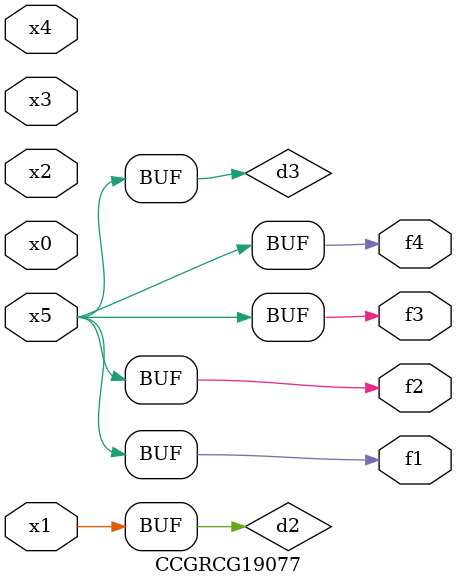
<source format=v>
module CCGRCG19077(
	input x0, x1, x2, x3, x4, x5,
	output f1, f2, f3, f4
);

	wire d1, d2, d3;

	not (d1, x5);
	or (d2, x1);
	xnor (d3, d1);
	assign f1 = d3;
	assign f2 = d3;
	assign f3 = d3;
	assign f4 = d3;
endmodule

</source>
